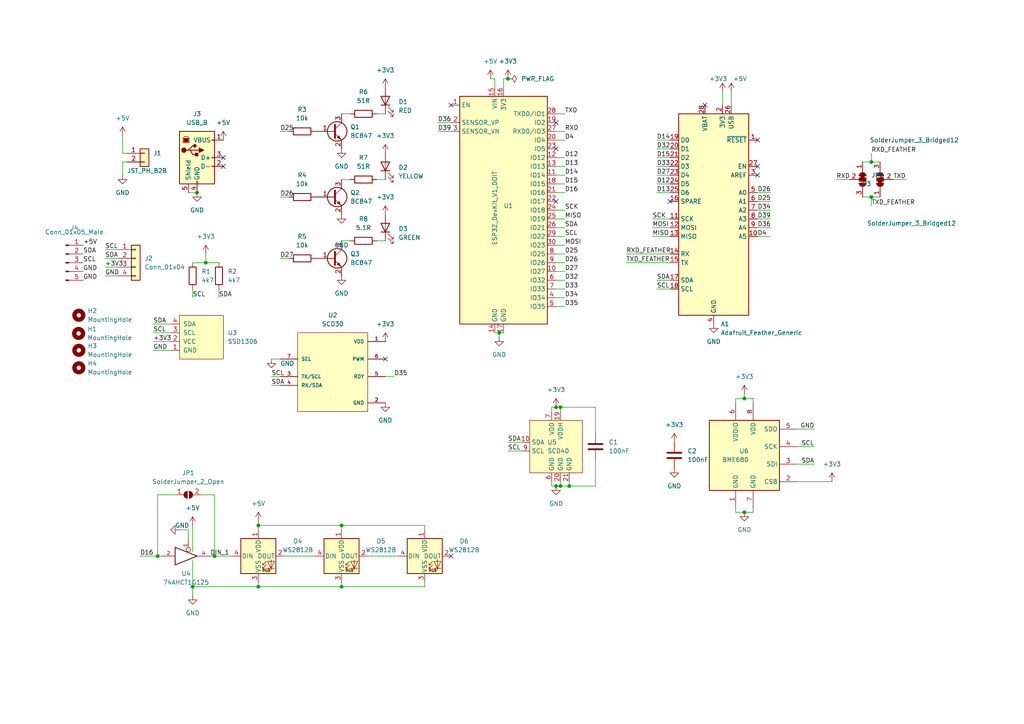
<source format=kicad_sch>
(kicad_sch (version 20211123) (generator eeschema)
  (paper "A4")
  (lib_symbols
    (symbol "74xGxx:74AHCT1G125" (pin_names (offset 1.016))
      (property "Reference" "U" (at -2.54 3.81 0))
      (property "Value" "74AHCT1G125" (at 0 -3.81 0))
      (symbol "74AHCT1G125_0_1"
        (polyline (pts (xy -3.81 2.54) (xy -3.81 -2.54) (xy 2.54 0) (xy -3.81 2.54)) (stroke (width 0.254)))
      )
      (symbol "74AHCT1G125_1_1"
        (pin input inverted (at 0 5.08 270) (length 3.81) (name "~") (number "1"))
        (pin input line (at -7.62 0 0) (length 3.81) (name "~") (number "2"))
        (pin power_in line (at 1.27 -1.27 270) (length 0) hide (name "GND") (number "3"))
        (pin tri_state line (at 6.35 0 180) (length 3.81) (name "~") (number "4"))
        (pin power_in line (at 1.27 1.27 90) (length 0) hide (name "VCC") (number "5"))
      )
    )
    (symbol "Connector:Conn_01x05_Male" (pin_names (offset 1.016) hide)
      (property "Reference" "J" (at 0 7.62 0))
      (property "Value" "Conn_01x05_Male" (at 0 -7.62 0))
      (symbol "Conn_01x05_Male_1_1"
        (polyline (pts (xy 1.27 -5.08) (xy 0.8636 -5.08)) (stroke (width 0.1524)))
        (polyline (pts (xy 1.27 -2.54) (xy 0.8636 -2.54)) (stroke (width 0.1524)))
        (polyline (pts (xy 1.27 0) (xy 0.8636 0)) (stroke (width 0.1524)))
        (polyline (pts (xy 1.27 2.54) (xy 0.8636 2.54)) (stroke (width 0.1524)))
        (polyline (pts (xy 1.27 5.08) (xy 0.8636 5.08)) (stroke (width 0.1524)))
        (rectangle (start 0.8636 -4.953) (end 0 -5.207) (stroke (width 0.1524)) (fill (type outline)))
        (rectangle (start 0.8636 -2.413) (end 0 -2.667) (stroke (width 0.1524)) (fill (type outline)))
        (rectangle (start 0.8636 0.127) (end 0 -0.127) (stroke (width 0.1524)) (fill (type outline)))
        (rectangle (start 0.8636 2.667) (end 0 2.413) (stroke (width 0.1524)) (fill (type outline)))
        (rectangle (start 0.8636 5.207) (end 0 4.953) (stroke (width 0.1524)) (fill (type outline)))
        (pin passive line (at 5.08 5.08 180) (length 3.81) (name "Pin_1") (number "1"))
        (pin passive line (at 5.08 2.54 180) (length 3.81) (name "Pin_2") (number "2"))
        (pin passive line (at 5.08 0 180) (length 3.81) (name "Pin_3") (number "3"))
        (pin passive line (at 5.08 -2.54 180) (length 3.81) (name "Pin_4") (number "4"))
        (pin passive line (at 5.08 -5.08 180) (length 3.81) (name "Pin_5") (number "5"))
      )
    )
    (symbol "Connector:USB_B" (pin_names (offset 1.016))
      (property "Reference" "J" (at -5.08 11.43 0))
      (property "Value" "USB_B" (at -5.08 8.89 0))
      (symbol "USB_B_0_1"
        (rectangle (start -5.08 -7.62) (end 5.08 7.62) (stroke (width 0.254)) (fill (type background)))
        (circle (center -3.81 2.159) (radius 0.635) (stroke (width 0.254)) (fill (type outline)))
        (rectangle (start -3.81 5.588) (end -2.54 4.572) (fill (type outline)))
        (circle (center -0.635 3.429) (radius 0.381) (stroke (width 0.254)) (fill (type outline)))
        (rectangle (start -0.127 -7.62) (end 0.127 -6.858))
        (polyline (pts (xy -1.905 2.159) (xy 0.635 2.159)) (stroke (width 0.254)))
        (polyline (pts (xy -3.175 2.159) (xy -2.54 2.159) (xy -1.27 3.429) (xy -0.635 3.429)) (stroke (width 0.254)))
        (polyline (pts (xy -2.54 2.159) (xy -1.905 2.159) (xy -1.27 0.889) (xy 0 0.889)) (stroke (width 0.254)))
        (polyline (pts (xy 0.635 2.794) (xy 0.635 1.524) (xy 1.905 2.159) (xy 0.635 2.794)) (stroke (width 0.254)) (fill (type outline)))
        (polyline (pts (xy -4.064 4.318) (xy -2.286 4.318) (xy -2.286 5.715) (xy -2.667 6.096) (xy -3.683 6.096) (xy -4.064 5.715) (xy -4.064 4.318)))
        (rectangle (start 0.254 1.27) (end -0.508 0.508) (stroke (width 0.254)) (fill (type outline)))
        (rectangle (start 5.08 -2.667) (end 4.318 -2.413))
        (rectangle (start 5.08 -0.127) (end 4.318 0.127))
        (rectangle (start 5.08 4.953) (end 4.318 5.207))
      )
      (symbol "USB_B_1_1"
        (pin power_out line (at 7.62 5.08 180) (length 2.54) (name "VBUS") (number "1"))
        (pin bidirectional line (at 7.62 -2.54 180) (length 2.54) (name "D-") (number "2"))
        (pin bidirectional line (at 7.62 0 180) (length 2.54) (name "D+") (number "3"))
        (pin power_out line (at 0 -10.16 90) (length 2.54) (name "GND") (number "4"))
        (pin passive line (at -2.54 -10.16 90) (length 2.54) (name "Shield") (number "5"))
      )
    )
    (symbol "Connector_Generic:Conn_01x02" (pin_names (offset 1.016) hide)
      (property "Reference" "J" (at 0 2.54 0))
      (property "Value" "Conn_01x02" (at 0 -5.08 0))
      (symbol "Conn_01x02_1_1"
        (rectangle (start -1.27 -2.413) (end 0 -2.667) (stroke (width 0.1524)))
        (rectangle (start -1.27 0.127) (end 0 -0.127) (stroke (width 0.1524)))
        (rectangle (start -1.27 1.27) (end 1.27 -3.81) (stroke (width 0.254)) (fill (type background)))
        (pin passive line (at -5.08 0 0) (length 3.81) (name "Pin_1") (number "1"))
        (pin passive line (at -5.08 -2.54 0) (length 3.81) (name "Pin_2") (number "2"))
      )
    )
    (symbol "Connector_Generic:Conn_01x04" (pin_names (offset 1.016) hide)
      (property "Reference" "J" (at 0 5.08 0))
      (property "Value" "Conn_01x04" (at 0 -7.62 0))
      (symbol "Conn_01x04_1_1"
        (rectangle (start -1.27 -4.953) (end 0 -5.207) (stroke (width 0.1524)))
        (rectangle (start -1.27 -2.413) (end 0 -2.667) (stroke (width 0.1524)))
        (rectangle (start -1.27 0.127) (end 0 -0.127) (stroke (width 0.1524)))
        (rectangle (start -1.27 2.667) (end 0 2.413) (stroke (width 0.1524)))
        (rectangle (start -1.27 3.81) (end 1.27 -6.35) (stroke (width 0.254)) (fill (type background)))
        (pin passive line (at -5.08 2.54 0) (length 3.81) (name "Pin_1") (number "1"))
        (pin passive line (at -5.08 0 0) (length 3.81) (name "Pin_2") (number "2"))
        (pin passive line (at -5.08 -2.54 0) (length 3.81) (name "Pin_3") (number "3"))
        (pin passive line (at -5.08 -5.08 0) (length 3.81) (name "Pin_4") (number "4"))
      )
    )
    (symbol "Device:C" (pin_numbers hide) (pin_names (offset 0.254))
      (property "Reference" "C" (at 0.635 2.54 0))
      (property "Value" "C" (at 0.635 -2.54 0))
      (symbol "C_0_1"
        (polyline (pts (xy -2.032 -0.762) (xy 2.032 -0.762)) (stroke (width 0.508)))
        (polyline (pts (xy -2.032 0.762) (xy 2.032 0.762)) (stroke (width 0.508)))
      )
      (symbol "C_1_1"
        (pin passive line (at 0 3.81 270) (length 2.794) (name "~") (number "1"))
        (pin passive line (at 0 -3.81 90) (length 2.794) (name "~") (number "2"))
      )
    )
    (symbol "Device:LED" (pin_numbers hide) (pin_names (offset 1.016) hide)
      (property "Reference" "D" (at 0 2.54 0))
      (property "Value" "LED" (at 0 -2.54 0))
      (symbol "LED_0_1"
        (polyline (pts (xy -1.27 -1.27) (xy -1.27 1.27)) (stroke (width 0.254)))
        (polyline (pts (xy -1.27 0) (xy 1.27 0)))
        (polyline (pts (xy 1.27 -1.27) (xy 1.27 1.27) (xy -1.27 0) (xy 1.27 -1.27)) (stroke (width 0.254)))
        (polyline (pts (xy -3.048 -0.762) (xy -4.572 -2.286) (xy -3.81 -2.286) (xy -4.572 -2.286) (xy -4.572 -1.524)))
        (polyline (pts (xy -1.778 -0.762) (xy -3.302 -2.286) (xy -2.54 -2.286) (xy -3.302 -2.286) (xy -3.302 -1.524)))
      )
      (symbol "LED_1_1"
        (pin passive line (at -3.81 0 0) (length 2.54) (name "K") (number "1"))
        (pin passive line (at 3.81 0 180) (length 2.54) (name "A") (number "2"))
      )
    )
    (symbol "Device:R" (pin_numbers hide) (pin_names (offset 0))
      (property "Reference" "R" (at 2.032 0 90))
      (property "Value" "R" (at 0 0 90))
      (symbol "R_0_1"
        (rectangle (start -1.016 -2.54) (end 1.016 2.54) (stroke (width 0.254)))
      )
      (symbol "R_1_1"
        (pin passive line (at 0 3.81 270) (length 1.27) (name "~") (number "1"))
        (pin passive line (at 0 -3.81 90) (length 1.27) (name "~") (number "2"))
      )
    )
    (symbol "ESP32DEVKIT:ESP32_DevKit_V1_DOIT"
      (property "Reference" "U" (at -11.43 34.29 0))
      (property "Value" "ESP32_DevKit_V1_DOIT" (at 11.43 34.29 0))
      (symbol "ESP32_DevKit_V1_DOIT_1_1"
        (rectangle (start -12.7 33.02) (end 12.7 -33.02) (stroke (width 0.254)) (fill (type background)))
        (pin input line (at -15.24 30.48 0) (length 2.54) (name "EN") (number "1"))
        (pin bidirectional line (at 15.24 -17.78 180) (length 2.54) (name "IO27") (number "10"))
        (pin bidirectional line (at 15.24 10.16 180) (length 2.54) (name "IO14") (number "11"))
        (pin bidirectional line (at 15.24 15.24 180) (length 2.54) (name "IO12") (number "12"))
        (pin bidirectional line (at 15.24 12.7 180) (length 2.54) (name "IO13") (number "13"))
        (pin power_in line (at -2.54 -35.56 90) (length 2.54) (name "GND") (number "14"))
        (pin power_in line (at -2.54 35.56 270) (length 2.54) (name "VIN") (number "15"))
        (pin power_in line (at 0 35.56 270) (length 2.54) (name "3V3") (number "16"))
        (pin power_in line (at 0 -35.56 90) (length 2.54) (name "GND") (number "17"))
        (pin bidirectional line (at 15.24 7.62 180) (length 2.54) (name "IO15") (number "18"))
        (pin bidirectional line (at 15.24 25.4 180) (length 2.54) (name "IO2") (number "19"))
        (pin input line (at -15.24 25.4 0) (length 2.54) (name "SENSOR_VP") (number "2"))
        (pin bidirectional line (at 15.24 20.32 180) (length 2.54) (name "IO4") (number "20"))
        (pin bidirectional line (at 15.24 5.08 180) (length 2.54) (name "IO16") (number "21"))
        (pin bidirectional line (at 15.24 2.54 180) (length 2.54) (name "IO17") (number "22"))
        (pin bidirectional line (at 15.24 17.78 180) (length 2.54) (name "IO5") (number "23"))
        (pin bidirectional line (at 15.24 0 180) (length 2.54) (name "IO18") (number "24"))
        (pin bidirectional line (at 15.24 -2.54 180) (length 2.54) (name "IO19") (number "25"))
        (pin bidirectional line (at 15.24 -5.08 180) (length 2.54) (name "IO21") (number "26"))
        (pin bidirectional line (at 15.24 22.86 180) (length 2.54) (name "RXD0/IO3") (number "27"))
        (pin bidirectional line (at 15.24 27.94 180) (length 2.54) (name "TXD0/IO1") (number "28"))
        (pin bidirectional line (at 15.24 -7.62 180) (length 2.54) (name "IO22") (number "29"))
        (pin input line (at -15.24 22.86 0) (length 2.54) (name "SENSOR_VN") (number "3"))
        (pin bidirectional line (at 15.24 -10.16 180) (length 2.54) (name "IO23") (number "30"))
        (pin input line (at 15.24 -25.4 180) (length 2.54) (name "IO34") (number "4"))
        (pin input line (at 15.24 -27.94 180) (length 2.54) (name "IO35") (number "5"))
        (pin bidirectional line (at 15.24 -20.32 180) (length 2.54) (name "IO32") (number "6"))
        (pin bidirectional line (at 15.24 -22.86 180) (length 2.54) (name "IO33") (number "7"))
        (pin bidirectional line (at 15.24 -12.7 180) (length 2.54) (name "IO25") (number "8"))
        (pin bidirectional line (at 15.24 -15.24 180) (length 2.54) (name "IO26") (number "9"))
      )
    )
    (symbol "Jumper:SolderJumper_2_Open" (pin_names (offset 0) hide)
      (property "Reference" "JP" (at 0 2.032 0))
      (property "Value" "SolderJumper_2_Open" (at 0 -2.54 0))
      (symbol "SolderJumper_2_Open_0_1"
        (arc (start -0.254 1.016) (mid -1.27 0) (end -0.254 -1.016))
        (arc (start -0.254 1.016) (mid -1.27 0) (end -0.254 -1.016) (fill (type outline)))
        (polyline (pts (xy -0.254 1.016) (xy -0.254 -1.016)))
        (polyline (pts (xy 0.254 1.016) (xy 0.254 -1.016)))
        (arc (start 0.254 -1.016) (mid 1.27 0) (end 0.254 1.016))
        (arc (start 0.254 -1.016) (mid 1.27 0) (end 0.254 1.016) (fill (type outline)))
      )
      (symbol "SolderJumper_2_Open_1_1"
        (pin passive line (at -3.81 0 0) (length 2.54) (name "A") (number "1"))
        (pin passive line (at 3.81 0 180) (length 2.54) (name "B") (number "2"))
      )
    )
    (symbol "Jumper:SolderJumper_3_Bridged12" (pin_names (offset 0) hide)
      (property "Reference" "JP" (at -2.54 -2.54 0))
      (property "Value" "SolderJumper_3_Bridged12" (at 0 2.794 0))
      (symbol "SolderJumper_3_Bridged12_0_1"
        (rectangle (start -1.016 0.508) (end -0.508 -0.508) (fill (type outline)))
        (arc (start -1.016 1.016) (mid -2.032 0) (end -1.016 -1.016))
        (arc (start -1.016 1.016) (mid -2.032 0) (end -1.016 -1.016) (fill (type outline)))
        (rectangle (start -0.508 1.016) (end 0.508 -1.016) (fill (type outline)))
        (polyline (pts (xy -2.54 0) (xy -2.032 0)))
        (polyline (pts (xy -1.016 1.016) (xy -1.016 -1.016)))
        (polyline (pts (xy 0 -1.27) (xy 0 -1.016)))
        (polyline (pts (xy 1.016 1.016) (xy 1.016 -1.016)))
        (polyline (pts (xy 2.54 0) (xy 2.032 0)))
        (arc (start 1.016 -1.016) (mid 2.032 0) (end 1.016 1.016))
        (arc (start 1.016 -1.016) (mid 2.032 0) (end 1.016 1.016) (fill (type outline)))
      )
      (symbol "SolderJumper_3_Bridged12_1_1"
        (pin passive line (at -5.08 0 0) (length 2.54) (name "A") (number "1"))
        (pin passive line (at 0 -3.81 90) (length 2.54) (name "C") (number "2"))
        (pin passive line (at 5.08 0 180) (length 2.54) (name "B") (number "3"))
      )
    )
    (symbol "LED:WS2812B" (pin_names (offset 0.254))
      (property "Reference" "D" (at 5.08 5.715 0))
      (property "Value" "WS2812B" (at 1.27 -5.715 0))
      (symbol "WS2812B_0_0"
        (text "RGB" (at 2.286 -4.191 0) (effects (font (size 0.762 0.762))))
      )
      (symbol "WS2812B_0_1"
        (polyline (pts (xy 1.27 -3.556) (xy 1.778 -3.556)))
        (polyline (pts (xy 1.27 -2.54) (xy 1.778 -2.54)))
        (polyline (pts (xy 4.699 -3.556) (xy 2.667 -3.556)))
        (polyline (pts (xy 2.286 -2.54) (xy 1.27 -3.556) (xy 1.27 -3.048)))
        (polyline (pts (xy 2.286 -1.524) (xy 1.27 -2.54) (xy 1.27 -2.032)))
        (polyline (pts (xy 3.683 -1.016) (xy 3.683 -3.556) (xy 3.683 -4.064)))
        (polyline (pts (xy 4.699 -1.524) (xy 2.667 -1.524) (xy 3.683 -3.556) (xy 4.699 -1.524)))
        (rectangle (start 5.08 5.08) (end -5.08 -5.08) (stroke (width 0.254)) (fill (type background)))
      )
      (symbol "WS2812B_1_1"
        (pin power_in line (at 0 7.62 270) (length 2.54) (name "VDD") (number "1"))
        (pin output line (at 7.62 0 180) (length 2.54) (name "DOUT") (number "2"))
        (pin power_in line (at 0 -7.62 90) (length 2.54) (name "VSS") (number "3"))
        (pin input line (at -7.62 0 0) (length 2.54) (name "DIN") (number "4"))
      )
    )
    (symbol "MCU_Module:Adafruit_Feather_Generic"
      (property "Reference" "A" (at -10.16 29.21 0))
      (property "Value" "Adafruit_Feather_Generic" (at 2.54 -31.75 0))
      (symbol "Adafruit_Feather_Generic_0_1"
        (rectangle (start -10.16 27.94) (end 10.16 -30.48) (stroke (width 0.254)) (fill (type background)))
      )
      (symbol "Adafruit_Feather_Generic_1_1"
        (pin input line (at 12.7 20.32 180) (length 2.54) (name "~{RESET}") (number "1"))
        (pin bidirectional line (at 12.7 -7.62 180) (length 2.54) (name "A5") (number "10"))
        (pin bidirectional line (at -12.7 -2.54 0) (length 2.54) (name "SCK") (number "11"))
        (pin bidirectional line (at -12.7 -5.08 0) (length 2.54) (name "MOSI") (number "12"))
        (pin bidirectional line (at -12.7 -7.62 0) (length 2.54) (name "MISO") (number "13"))
        (pin bidirectional line (at -12.7 -12.7 0) (length 2.54) (name "RX") (number "14"))
        (pin bidirectional line (at -12.7 -15.24 0) (length 2.54) (name "TX") (number "15"))
        (pin bidirectional line (at -12.7 2.54 0) (length 2.54) (name "SPARE") (number "16"))
        (pin bidirectional line (at -12.7 -20.32 0) (length 2.54) (name "SDA") (number "17"))
        (pin bidirectional line (at -12.7 -22.86 0) (length 2.54) (name "SCL") (number "18"))
        (pin bidirectional line (at -12.7 20.32 0) (length 2.54) (name "D0") (number "19"))
        (pin power_in line (at 2.54 30.48 270) (length 2.54) (name "3V3") (number "2"))
        (pin bidirectional line (at -12.7 17.78 0) (length 2.54) (name "D1") (number "20"))
        (pin bidirectional line (at -12.7 15.24 0) (length 2.54) (name "D2") (number "21"))
        (pin bidirectional line (at -12.7 12.7 0) (length 2.54) (name "D3") (number "22"))
        (pin bidirectional line (at -12.7 10.16 0) (length 2.54) (name "D4") (number "23"))
        (pin bidirectional line (at -12.7 7.62 0) (length 2.54) (name "D5") (number "24"))
        (pin bidirectional line (at -12.7 5.08 0) (length 2.54) (name "D6") (number "25"))
        (pin power_in line (at 5.08 30.48 270) (length 2.54) (name "USB") (number "26"))
        (pin input line (at 12.7 12.7 180) (length 2.54) (name "EN") (number "27"))
        (pin power_in line (at -2.54 30.48 270) (length 2.54) (name "VBAT") (number "28"))
        (pin input line (at 12.7 10.16 180) (length 2.54) (name "AREF") (number "3"))
        (pin power_in line (at 0 -33.02 90) (length 2.54) (name "GND") (number "4"))
        (pin bidirectional line (at 12.7 5.08 180) (length 2.54) (name "A0") (number "5"))
        (pin bidirectional line (at 12.7 2.54 180) (length 2.54) (name "A1") (number "6"))
        (pin bidirectional line (at 12.7 0 180) (length 2.54) (name "A2") (number "7"))
        (pin bidirectional line (at 12.7 -2.54 180) (length 2.54) (name "A3") (number "8"))
        (pin bidirectional line (at 12.7 -5.08 180) (length 2.54) (name "A4") (number "9"))
      )
    )
    (symbol "Mechanical:MountingHole" (pin_names (offset 1.016))
      (property "Reference" "H" (at 0 5.08 0))
      (property "Value" "MountingHole" (at 0 3.175 0))
      (symbol "MountingHole_0_1"
        (circle (center 0 0) (radius 1.27) (stroke (width 1.27)))
      )
    )
    (symbol "SCD30:SCD30" (pin_names (offset 1.016))
      (property "Reference" "U" (at -10.16 13.462 0))
      (property "Value" "SCD30" (at -10.16 -12.7 0))
      (symbol "SCD30_0_0"
        (rectangle (start -10.16 -10.16) (end 10.16 12.7) (stroke (width 0.1524)) (fill (type background)))
        (pin power_in line (at 15.24 10.16 180) (length 5.08) (name "VDD") (number "1"))
        (pin power_in line (at 15.24 -7.62 180) (length 5.08) (name "GND") (number "2"))
        (pin bidirectional line (at -15.24 0 0) (length 5.08) (name "TX/SCL") (number "3"))
        (pin bidirectional line (at -15.24 -2.54 0) (length 5.08) (name "RX/SDA") (number "4"))
        (pin bidirectional line (at 15.24 0 180) (length 5.08) (name "RDY") (number "5"))
        (pin output line (at 15.24 5.08 180) (length 5.08) (name "PWM") (number "6"))
        (pin input line (at -15.24 5.08 0) (length 5.08) (name "SEL") (number "7"))
      )
    )
    (symbol "SCD40:SCD40"
      (property "Reference" "U" (at 0 1.27 0))
      (property "Value" "SCD40" (at 0 -1.27 0))
      (symbol "SCD40_0_1"
        (polyline (pts (xy -7.62 7.62) (xy 7.62 7.62) (xy 7.62 -7.62) (xy -7.62 -7.62) (xy -7.62 7.62)) (fill (type background)))
      )
      (symbol "SCD40_1_1"
        (pin bidirectional line (at -10.16 1.27 0) (length 2.54) (name "SDA") (number "10"))
        (pin power_in line (at 1.27 10.16 270) (length 2.54) (name "VDDH") (number "19"))
        (pin power_in line (at 1.27 -10.16 90) (length 2.54) (name "GND") (number "20"))
        (pin power_in line (at 3.81 -10.16 90) (length 2.54) (name "GND") (number "21"))
        (pin power_in line (at -1.27 -10.16 90) (length 2.54) (name "GND") (number "6"))
        (pin power_in line (at -1.27 10.16 270) (length 2.54) (name "VDD") (number "7"))
        (pin input line (at -10.16 -1.27 0) (length 2.54) (name "SCL") (number "9"))
      )
    )
    (symbol "SSD1306 OLED 128x64:SSD1306" (pin_names (offset 1.016))
      (property "Reference" "U" (at 0 -3.81 0))
      (property "Value" "SSD1306" (at 0 -1.27 0))
      (symbol "SSD1306_0_1"
        (rectangle (start -6.35 6.35) (end 6.35 -6.35) (fill (type background)))
      )
      (symbol "SSD1306_1_1"
        (pin input line (at -3.81 8.89 270) (length 2.54) (name "GND") (number "1"))
        (pin input line (at -1.27 8.89 270) (length 2.54) (name "VCC") (number "2"))
        (pin input line (at 1.27 8.89 270) (length 2.54) (name "SCL") (number "3"))
        (pin input line (at 3.81 8.89 270) (length 2.54) (name "SDA") (number "4"))
      )
    )
    (symbol "Sensor:BME680"
      (property "Reference" "U" (at -8.89 11.43 0))
      (property "Value" "BME680" (at 7.62 11.43 0))
      (symbol "BME680_0_1"
        (rectangle (start -10.16 10.16) (end 10.16 -10.16) (stroke (width 0.254)) (fill (type background)))
      )
      (symbol "BME680_1_1"
        (pin power_in line (at -2.54 -15.24 90) (length 5.08) (name "GND") (number "1"))
        (pin input line (at 15.24 -7.62 180) (length 5.08) (name "CSB") (number "2"))
        (pin bidirectional line (at 15.24 -2.54 180) (length 5.08) (name "SDI") (number "3"))
        (pin input line (at 15.24 2.54 180) (length 5.08) (name "SCK") (number "4"))
        (pin bidirectional line (at 15.24 7.62 180) (length 5.08) (name "SDO") (number "5"))
        (pin power_in line (at -2.54 15.24 270) (length 5.08) (name "VDDIO") (number "6"))
        (pin power_in line (at 2.54 -15.24 90) (length 5.08) (name "GND") (number "7"))
        (pin power_in line (at 2.54 15.24 270) (length 5.08) (name "VDD") (number "8"))
      )
    )
    (symbol "Transistor_BJT:BC847" (pin_names (offset 0) hide)
      (property "Reference" "Q" (at 5.08 1.905 0))
      (property "Value" "BC847" (at 5.08 0 0))
      (symbol "BC847_0_1"
        (polyline (pts (xy 0.635 0.635) (xy 2.54 2.54)))
        (polyline (pts (xy 0.635 -0.635) (xy 2.54 -2.54) (xy 2.54 -2.54)))
        (polyline (pts (xy 0.635 1.905) (xy 0.635 -1.905) (xy 0.635 -1.905)) (stroke (width 0.508)))
        (polyline (pts (xy 1.27 -1.778) (xy 1.778 -1.27) (xy 2.286 -2.286) (xy 1.27 -1.778) (xy 1.27 -1.778)) (fill (type outline)))
        (circle (center 1.27 0) (radius 2.8194) (stroke (width 0.254)))
      )
      (symbol "BC847_1_1"
        (pin input line (at -5.08 0 0) (length 5.715) (name "B") (number "1"))
        (pin passive line (at 2.54 -5.08 90) (length 2.54) (name "E") (number "2"))
        (pin passive line (at 2.54 5.08 270) (length 2.54) (name "C") (number "3"))
      )
    )
    (symbol "power:+3V3" (power) (pin_names (offset 0))
      (property "Value" "+3V3" (at 0 3.556 0))
      (symbol "+3V3_0_1"
        (polyline (pts (xy -0.762 1.27) (xy 0 2.54)))
        (polyline (pts (xy 0 0) (xy 0 2.54)))
        (polyline (pts (xy 0 2.54) (xy 0.762 1.27)))
      )
      (symbol "+3V3_1_1"
        (pin power_in line (at 0 0 90) (length 0) hide (name "+3V3") (number "1"))
      )
    )
    (symbol "power:+5V" (power) (pin_names (offset 0))
      (property "Value" "+5V" (at 0 3.556 0))
      (symbol "+5V_0_1"
        (polyline (pts (xy -0.762 1.27) (xy 0 2.54)))
        (polyline (pts (xy 0 0) (xy 0 2.54)))
        (polyline (pts (xy 0 2.54) (xy 0.762 1.27)))
      )
      (symbol "+5V_1_1"
        (pin power_in line (at 0 0 90) (length 0) hide (name "+5V") (number "1"))
      )
    )
    (symbol "power:GND" (power) (pin_names (offset 0))
      (property "Value" "GND" (at 0 -3.81 0))
      (symbol "GND_0_1"
        (polyline (pts (xy 0 0) (xy 0 -1.27) (xy 1.27 -1.27) (xy 0 -2.54) (xy -1.27 -1.27) (xy 0 -1.27)))
      )
      (symbol "GND_1_1"
        (pin power_in line (at 0 0 270) (length 0) hide (name "GND") (number "1"))
      )
    )
    (symbol "power:PWR_FLAG" (power) (pin_numbers hide) (pin_names (offset 0) hide)
      (property "Value" "PWR_FLAG" (at 0 3.81 0))
      (symbol "PWR_FLAG_0_0"
        (pin power_out line (at 0 0 90) (length 0) (name "pwr") (number "1"))
      )
      (symbol "PWR_FLAG_0_1"
        (polyline (pts (xy 0 0) (xy 0 1.27) (xy -1.016 1.905) (xy 0 2.54) (xy 1.016 1.905) (xy 0 1.27)))
      )
    )
  )
  (junction (at 45.72 161.29))
  (junction (at 74.93 152.4))
  (junction (at 252.73 57.15))
  (junction (at 144.78 96.52))
  (junction (at 162.56 140.97))
  (junction (at 59.69 76.2))
  (junction (at 165.1 140.97))
  (junction (at 161.29 118.11))
  (junction (at 147.32 22.86))
  (junction (at 57.15 55.88))
  (junction (at 99.06 170.18))
  (junction (at 55.88 170.18))
  (junction (at 74.93 170.18))
  (junction (at 215.9 115.57))
  (junction (at 215.9 148.59))
  (junction (at 99.06 152.4))
  (junction (at 161.29 140.97))
  (junction (at 62.23 161.29))
  (junction (at 162.56 118.11))
  (junction (at 252.73 46.99))
  (no_connect (at 130.81 161.29))
  (no_connect (at 161.29 35.56))
  (no_connect (at 161.29 43.18))
  (no_connect (at 161.29 58.42))
  (no_connect (at 64.77 48.26))
  (no_connect (at 64.77 45.72))
  (no_connect (at 111.76 104.14))
  (no_connect (at 130.81 30.48))
  (no_connect (at 219.71 40.64))
  (no_connect (at 204.47 30.48))
  (no_connect (at 219.71 48.26))
  (no_connect (at 219.71 50.8))
  (no_connect (at 194.31 58.42))
  (wire (pts (xy 162.56 118.11) (xy 162.56 119.38)))
  (wire (pts (xy 219.71 55.88) (xy 223.52 55.88)))
  (wire (pts (xy 35.56 46.99) (xy 36.83 46.99)))
  (wire (pts (xy 231.14 124.46) (xy 236.22 124.46)))
  (wire (pts (xy 219.71 58.42) (xy 223.52 58.42)))
  (wire (pts (xy 160.02 139.7) (xy 160.02 140.97)))
  (wire (pts (xy 189.23 63.5) (xy 194.31 63.5)))
  (wire (pts (xy 172.72 125.73) (xy 172.72 118.11)))
  (wire (pts (xy 127 35.56) (xy 130.81 35.56)))
  (wire (pts (xy 81.28 74.93) (xy 83.82 74.93)))
  (wire (pts (xy 55.88 76.2) (xy 59.69 76.2)))
  (wire (pts (xy 161.29 76.2) (xy 163.83 76.2)))
  (wire (pts (xy 219.71 63.5) (xy 223.52 63.5)))
  (wire (pts (xy 190.5 40.64) (xy 194.31 40.64)))
  (wire (pts (xy 123.19 168.91) (xy 123.19 170.18)))
  (wire (pts (xy 30.48 80.01) (xy 34.29 80.01)))
  (wire (pts (xy 52.07 153.67) (xy 54.61 153.67)))
  (wire (pts (xy 250.19 57.15) (xy 252.73 57.15)))
  (wire (pts (xy 54.61 153.67) (xy 54.61 156.21)))
  (wire (pts (xy 219.71 60.96) (xy 223.52 60.96)))
  (wire (pts (xy 161.29 83.82) (xy 163.83 83.82)))
  (wire (pts (xy 242.57 52.07) (xy 246.38 52.07)))
  (wire (pts (xy 74.93 152.4) (xy 74.93 153.67)))
  (wire (pts (xy 252.73 44.45) (xy 252.73 46.99)))
  (wire (pts (xy 190.5 48.26) (xy 194.31 48.26)))
  (wire (pts (xy 35.56 39.37) (xy 35.56 44.45)))
  (wire (pts (xy 99.06 152.4) (xy 74.93 152.4)))
  (wire (pts (xy 161.29 48.26) (xy 163.83 48.26)))
  (wire (pts (xy 127 38.1) (xy 130.81 38.1)))
  (wire (pts (xy 78.74 109.22) (xy 81.28 109.22)))
  (wire (pts (xy 172.72 133.35) (xy 172.72 140.97)))
  (wire (pts (xy 99.06 52.07) (xy 101.6 52.07)))
  (wire (pts (xy 30.48 74.93) (xy 34.29 74.93)))
  (wire (pts (xy 160.02 140.97) (xy 161.29 140.97)))
  (wire (pts (xy 55.88 170.18) (xy 55.88 162.56)))
  (wire (pts (xy 40.64 161.29) (xy 45.72 161.29)))
  (wire (pts (xy 172.72 140.97) (xy 165.1 140.97)))
  (wire (pts (xy 181.61 73.66) (xy 194.31 73.66)))
  (wire (pts (xy 109.22 69.85) (xy 111.76 69.85)))
  (wire (pts (xy 44.45 93.98) (xy 49.53 93.98)))
  (wire (pts (xy 231.14 129.54) (xy 236.22 129.54)))
  (wire (pts (xy 161.29 86.36) (xy 163.83 86.36)))
  (wire (pts (xy 99.06 168.91) (xy 99.06 170.18)))
  (wire (pts (xy 45.72 161.29) (xy 46.99 161.29)))
  (wire (pts (xy 146.05 25.4) (xy 146.05 22.86)))
  (wire (pts (xy 161.29 71.12) (xy 163.83 71.12)))
  (wire (pts (xy 213.36 148.59) (xy 215.9 148.59)))
  (wire (pts (xy 252.73 57.15) (xy 252.73 59.69)))
  (wire (pts (xy 111.76 109.22) (xy 114.3 109.22)))
  (wire (pts (xy 218.44 147.32) (xy 218.44 148.59)))
  (wire (pts (xy 161.29 68.58) (xy 163.83 68.58)))
  (wire (pts (xy 44.45 96.52) (xy 49.53 96.52)))
  (wire (pts (xy 212.09 26.67) (xy 212.09 30.48)))
  (wire (pts (xy 81.28 57.15) (xy 83.82 57.15)))
  (wire (pts (xy 190.5 81.28) (xy 194.31 81.28)))
  (wire (pts (xy 181.61 76.2) (xy 194.31 76.2)))
  (wire (pts (xy 109.22 33.02) (xy 111.76 33.02)))
  (wire (pts (xy 143.51 96.52) (xy 144.78 96.52)))
  (wire (pts (xy 161.29 140.97) (xy 162.56 140.97)))
  (wire (pts (xy 218.44 115.57) (xy 218.44 116.84)))
  (wire (pts (xy 161.29 40.64) (xy 163.83 40.64)))
  (wire (pts (xy 35.56 44.45) (xy 36.83 44.45)))
  (wire (pts (xy 165.1 139.7) (xy 165.1 140.97)))
  (wire (pts (xy 99.06 152.4) (xy 99.06 153.67)))
  (wire (pts (xy 172.72 118.11) (xy 162.56 118.11)))
  (wire (pts (xy 99.06 69.85) (xy 101.6 69.85)))
  (wire (pts (xy 161.29 118.11) (xy 162.56 118.11)))
  (wire (pts (xy 59.69 76.2) (xy 63.5 76.2)))
  (wire (pts (xy 35.56 46.99) (xy 35.56 50.8)))
  (wire (pts (xy 146.05 22.86) (xy 147.32 22.86)))
  (wire (pts (xy 63.5 83.82) (xy 63.5 86.36)))
  (wire (pts (xy 161.29 55.88) (xy 163.83 55.88)))
  (wire (pts (xy 59.69 73.66) (xy 59.69 76.2)))
  (wire (pts (xy 190.5 43.18) (xy 194.31 43.18)))
  (wire (pts (xy 55.88 172.72) (xy 55.88 170.18)))
  (wire (pts (xy 219.71 66.04) (xy 223.52 66.04)))
  (wire (pts (xy 109.22 52.07) (xy 111.76 52.07)))
  (wire (pts (xy 81.28 38.1) (xy 83.82 38.1)))
  (wire (pts (xy 30.48 72.39) (xy 34.29 72.39)))
  (wire (pts (xy 161.29 88.9) (xy 163.83 88.9)))
  (wire (pts (xy 55.88 83.82) (xy 55.88 86.36)))
  (wire (pts (xy 144.78 96.52) (xy 144.78 97.79)))
  (wire (pts (xy 62.23 161.29) (xy 67.31 161.29)))
  (wire (pts (xy 161.29 60.96) (xy 163.83 60.96)))
  (wire (pts (xy 44.45 101.6) (xy 49.53 101.6)))
  (wire (pts (xy 161.29 45.72) (xy 163.83 45.72)))
  (wire (pts (xy 160.02 118.11) (xy 161.29 118.11)))
  (wire (pts (xy 162.56 139.7) (xy 162.56 140.97)))
  (wire (pts (xy 62.23 161.29) (xy 62.23 143.51)))
  (wire (pts (xy 161.29 63.5) (xy 163.83 63.5)))
  (wire (pts (xy 143.51 22.86) (xy 143.51 25.4)))
  (wire (pts (xy 106.68 161.29) (xy 115.57 161.29)))
  (wire (pts (xy 74.93 170.18) (xy 99.06 170.18)))
  (wire (pts (xy 161.29 50.8) (xy 163.83 50.8)))
  (wire (pts (xy 50.8 143.51) (xy 45.72 143.51)))
  (wire (pts (xy 161.29 78.74) (xy 163.83 78.74)))
  (wire (pts (xy 213.36 147.32) (xy 213.36 148.59)))
  (wire (pts (xy 144.78 96.52) (xy 146.05 96.52)))
  (wire (pts (xy 44.45 99.06) (xy 49.53 99.06)))
  (wire (pts (xy 161.29 66.04) (xy 163.83 66.04)))
  (wire (pts (xy 123.19 153.67) (xy 123.19 152.4)))
  (wire (pts (xy 190.5 83.82) (xy 194.31 83.82)))
  (wire (pts (xy 74.93 168.91) (xy 74.93 170.18)))
  (wire (pts (xy 190.5 50.8) (xy 194.31 50.8)))
  (wire (pts (xy 190.5 45.72) (xy 194.31 45.72)))
  (wire (pts (xy 189.23 66.04) (xy 194.31 66.04)))
  (wire (pts (xy 209.55 26.67) (xy 209.55 30.48)))
  (wire (pts (xy 161.29 33.02) (xy 163.83 33.02)))
  (wire (pts (xy 252.73 57.15) (xy 255.27 57.15)))
  (wire (pts (xy 62.23 143.51) (xy 58.42 143.51)))
  (wire (pts (xy 190.5 53.34) (xy 194.31 53.34)))
  (wire (pts (xy 78.74 111.76) (xy 81.28 111.76)))
  (wire (pts (xy 190.5 55.88) (xy 194.31 55.88)))
  (wire (pts (xy 231.14 139.7) (xy 241.3 139.7)))
  (wire (pts (xy 250.19 46.99) (xy 252.73 46.99)))
  (wire (pts (xy 74.93 152.4) (xy 74.93 151.13)))
  (wire (pts (xy 161.29 53.34) (xy 163.83 53.34)))
  (wire (pts (xy 55.88 170.18) (xy 74.93 170.18)))
  (wire (pts (xy 165.1 140.97) (xy 162.56 140.97)))
  (wire (pts (xy 123.19 152.4) (xy 99.06 152.4)))
  (wire (pts (xy 82.55 161.29) (xy 91.44 161.29)))
  (wire (pts (xy 45.72 143.51) (xy 45.72 161.29)))
  (wire (pts (xy 215.9 114.3) (xy 215.9 115.57)))
  (wire (pts (xy 30.48 77.47) (xy 34.29 77.47)))
  (wire (pts (xy 215.9 148.59) (xy 218.44 148.59)))
  (wire (pts (xy 160.02 119.38) (xy 160.02 118.11)))
  (wire (pts (xy 213.36 116.84) (xy 213.36 115.57)))
  (wire (pts (xy 213.36 115.57) (xy 215.9 115.57)))
  (wire (pts (xy 161.29 73.66) (xy 163.83 73.66)))
  (wire (pts (xy 78.74 104.14) (xy 81.28 104.14)))
  (wire (pts (xy 99.06 170.18) (xy 123.19 170.18)))
  (wire (pts (xy 215.9 115.57) (xy 218.44 115.57)))
  (wire (pts (xy 252.73 46.99) (xy 255.27 46.99)))
  (wire (pts (xy 60.96 161.29) (xy 62.23 161.29)))
  (wire (pts (xy 54.61 55.88) (xy 57.15 55.88)))
  (wire (pts (xy 142.24 22.86) (xy 143.51 22.86)))
  (wire (pts (xy 161.29 81.28) (xy 163.83 81.28)))
  (wire (pts (xy 231.14 134.62) (xy 236.22 134.62)))
  (wire (pts (xy 99.06 33.02) (xy 101.6 33.02)))
  (wire (pts (xy 55.88 152.4) (xy 55.88 160.02)))
  (wire (pts (xy 147.32 128.27) (xy 151.13 128.27)))
  (wire (pts (xy 147.32 130.81) (xy 151.13 130.81)))
  (wire (pts (xy 189.23 68.58) (xy 194.31 68.58)))
  (wire (pts (xy 219.71 68.58) (xy 223.52 68.58)))
  (wire (pts (xy 262.89 52.07) (xy 259.08 52.07)))
  (wire (pts (xy 161.29 38.1) (xy 163.83 38.1)))
  (label "SDA" (at 147.32 128.27 0))
  (label "GND" (at 24.13 78.74 0))
  (label "D27" (at 81.28 74.93 0))
  (label "SDA" (at 232.41 134.62 0))
  (label "DIN_1" (at 60.96 161.29 0))
  (label "D16" (at 40.64 161.29 0))
  (label "SCL" (at 147.32 130.81 0))
  (label "D26" (at 163.83 76.2 0))
  (label "D35" (at 163.83 88.9 0))
  (label "TXD" (at 259.08 52.07 0))
  (label "D4" (at 219.71 68.58 0))
  (label "D15" (at 190.5 45.72 0))
  (label "SDA" (at 44.45 93.98 0))
  (label "SCL" (at 190.5 83.82 0))
  (label "D27" (at 163.83 78.74 0))
  (label "TXD_FEATHER" (at 252.73 59.69 0))
  (label "D13" (at 163.83 48.26 0))
  (label "GND" (at 24.13 81.28 0))
  (label "MOSI" (at 163.83 71.12 0))
  (label "SCL" (at 30.48 72.39 0))
  (label "D26" (at 219.71 55.88 0))
  (label "SCL" (at 232.41 129.54 0))
  (label "D33" (at 163.83 83.82 0))
  (label "D14" (at 190.5 40.64 0))
  (label "D16" (at 163.83 55.88 0))
  (label "D32" (at 190.5 43.18 0))
  (label "SDA" (at 190.5 81.28 0))
  (label "SCK" (at 189.23 63.5 0))
  (label "D34" (at 163.83 86.36 0))
  (label "D25" (at 81.28 38.1 0))
  (label "SCL" (at 163.83 68.58 0))
  (label "TXD" (at 163.83 33.02 0))
  (label "D39" (at 127 38.1 0))
  (label "D13" (at 190.5 55.88 0))
  (label "D34" (at 219.71 60.96 0))
  (label "MOSI" (at 189.23 66.04 0))
  (label "SDA" (at 30.48 74.93 0))
  (label "D15" (at 163.83 53.34 0))
  (label "D12" (at 190.5 53.34 0))
  (label "+3V3" (at 30.48 77.47 0))
  (label "+3V3" (at 44.45 99.06 0))
  (label "D36" (at 127 35.56 0))
  (label "D33" (at 190.5 48.26 0))
  (label "RXD_FEATHER" (at 252.73 44.45 0))
  (label "D25" (at 219.71 58.42 0))
  (label "SCK" (at 163.83 60.96 0))
  (label "D36" (at 219.71 66.04 0))
  (label "SDA" (at 63.5 86.36 0))
  (label "TXD_FEATHER" (at 181.61 76.2 0))
  (label "SCL" (at 55.88 86.36 0))
  (label "SDA" (at 163.83 66.04 0))
  (label "MISO" (at 163.83 63.5 0))
  (label "SCL" (at 24.13 76.2 0))
  (label "GND" (at 44.45 101.6 0))
  (label "D4" (at 163.83 40.64 0))
  (label "D27" (at 190.5 50.8 0))
  (label "RXD" (at 242.57 52.07 0))
  (label "D32" (at 163.83 81.28 0))
  (label "SDA" (at 78.74 111.76 0))
  (label "D35" (at 114.3 109.22 0))
  (label "D14" (at 163.83 50.8 0))
  (label "D25" (at 163.83 73.66 0))
  (label "GND" (at 30.48 80.01 0))
  (label "SCL" (at 44.45 96.52 0))
  (label "+5V" (at 24.13 71.12 0))
  (label "SDA" (at 24.13 73.66 0))
  (label "RXD_FEATHER" (at 181.61 73.66 0))
  (label "MISO" (at 189.23 68.58 0))
  (label "D12" (at 163.83 45.72 0))
  (label "D39" (at 219.71 63.5 0))
  (label "SCL" (at 78.74 109.22 0))
  (label "GND" (at 236.22 124.46 180))
  (label "RXD" (at 163.83 38.1 0))
  (label "D26" (at 81.28 57.15 0))
  (symbol (lib_id "power:PWR_FLAG") (at 147.32 22.86 270) (unit 1)
    (property "Reference" "#FLG0103" (effects hide))
    (property "Value" "PWR_FLAG" (at 151.13 22.8599 90) (effects (justify left)))
  )
  (symbol (lib_id "power:+3V3") (at 111.76 25.4 0) (unit 1)
    (property "Reference" "#PWR0110" (effects hide))
    (property "Value" "+3V3" (at 111.76 20.32 0))
  )
  (symbol (lib_id "power:+5V") (at 74.93 151.13 0) (unit 1)
    (property "Reference" "#PWR0120" (effects hide))
    (property "Value" "+5V" (at 74.93 146.05 0))
  )
  (symbol (lib_id "LED:WS2812B") (at 99.06 161.29 0) (unit 1)
    (property "Reference" "D5" (at 110.49 156.9593 0))
    (property "Value" "WS2812B" (at 110.49 159.4993 0))
    (property "Footprint" "LED_SMD:LED_WS2812B_PLCC4_5.0x5.0mm_P3.2mm" (effects hide))
    (property "Datasheet" "https://cdn-shop.adafruit.com/datasheets/WS2812B.pdf" (effects hide))
  )
  (symbol (lib_id "power:GND") (at 78.74 104.14 0) (unit 1)
    (property "Reference" "#PWR0115" (effects hide))
    (property "Value" "GND" (at 81.28 105.4099 0) (effects (justify left)))
  )
  (symbol (lib_id "power:+3V3") (at 161.29 118.11 0) (unit 1)
    (property "Reference" "#PWR0123" (effects hide))
    (property "Value" "+3V3" (at 161.29 113.03 0))
  )
  (symbol (lib_id "Jumper:SolderJumper_3_Bridged12") (at 255.27 52.07 90) (unit 1) (in_bom no)
    (property "Reference" "JP3" (at 252.73 53.3401 90) (effects (justify left)))
    (property "Value" "SolderJumper_3_Bridged12" (at 278.13 40.64 90) (effects (justify left)))
    (property "Footprint" "Jumper:SolderJumper-3_P1.3mm_Bridged12_RoundedPad1.0x1.5mm" (effects hide))
  )
  (symbol (lib_id "Jumper:SolderJumper_3_Bridged12") (at 250.19 52.07 270) (unit 1) (in_bom no)
    (property "Reference" "JP2" (at 252.73 50.7999 90) (effects (justify left)))
    (property "Value" "SolderJumper_3_Bridged12" (at 251.46 64.77 90) (effects (justify left)))
    (property "Footprint" "Jumper:SolderJumper-3_P1.3mm_Bridged12_RoundedPad1.0x1.5mm" (effects hide))
  )
  (symbol (lib_id "LED:WS2812B") (at 123.19 161.29 0) (unit 1)
    (property "Reference" "D6" (at 134.62 156.9593 0))
    (property "Value" "WS2812B" (at 134.62 159.4993 0))
    (property "Footprint" "LED_SMD:LED_WS2812B_PLCC4_5.0x5.0mm_P3.2mm" (effects hide))
    (property "Datasheet" "https://cdn-shop.adafruit.com/datasheets/WS2812B.pdf" (effects hide))
  )
  (symbol (lib_id "power:+3V3") (at 111.76 99.06 0) (unit 1)
    (property "Reference" "#PWR0117" (effects hide))
    (property "Value" "+3V3" (at 111.76 93.98 0))
  )
  (symbol (lib_id "MCU_Module:Adafruit_Feather_Generic") (at 207.01 60.96 0) (unit 1) (in_bom no)
    (property "Reference" "A1" (at 209.0294 93.98 0) (effects (justify left)))
    (property "Value" "Adafruit_Feather_Generic" (at 209.0294 96.52 0) (effects (justify left)))
    (property "Footprint" "Adafruit Feather:Adafruit_Feather" (effects hide))
    (property "Datasheet" "https://cdn-learn.adafruit.com/downloads/pdf/adafruit-feather.pdf" (effects hide))
  )
  (symbol (lib_id "Connector_Generic:Conn_01x04") (at 39.37 74.93 0) (unit 1)
    (property "Reference" "J2" (at 41.91 74.9299 0) (effects (justify left)))
    (property "Value" "Conn_01x04" (at 41.91 77.4699 0) (effects (justify left)))
    (property "Footprint" "Connector_JST:JST_PH_B4B-PH-K_1x04_P2.00mm_Vertical" (effects hide))
  )
  (symbol (lib_id "Connector:Conn_01x05_Male") (at 19.05 76.2 0) (unit 1)
    (property "Reference" "J4" (at 21.59 66.04 0))
    (property "Value" "Conn_01x05_Male" (at 21.59 67.31 0))
    (property "Footprint" "JST-ZH:JST_B5B-ZR(LF)(SN)" (effects hide))
  )
  (symbol (lib_id "74xGxx:74AHCT1G125") (at 54.61 161.29 0) (unit 1)
    (property "Reference" "U4" (at 53.975 166.37 0))
    (property "Value" "74AHCT1G125" (at 53.975 168.91 0))
    (property "Footprint" "Package_TO_SOT_SMD:SOT-23-5" (effects hide))
    (property "Datasheet" "http://www.ti.com/lit/sg/scyt129e/scyt129e.pdf" (effects hide))
  )
  (symbol (lib_id "Device:C") (at 195.58 132.08 0) (unit 1)
    (property "Reference" "C2" (at 199.39 130.8099 0) (effects (justify left)))
    (property "Value" "100nF" (at 199.39 133.3499 0) (effects (justify left)))
    (property "Footprint" "Capacitor_SMD:C_0805_2012Metric" (effects hide))
  )
  (symbol (lib_id "power:GND") (at 55.88 172.72 0) (unit 1)
    (property "Reference" "#PWR0118" (effects hide))
    (property "Value" "GND" (at 55.88 177.8 0))
  )
  (symbol (lib_id "Device:LED") (at 111.76 29.21 90) (unit 1)
    (property "Reference" "D1" (at 115.57 29.5274 90) (effects (justify right)))
    (property "Value" "RED" (at 115.57 32.0674 90) (effects (justify right)))
    (property "Footprint" "LED_THT:LED_D5.0mm_Clear" (effects hide))
    (property "Datasheet" "HLMP-EG3A-WX0DD" (effects hide))
  )
  (symbol (lib_id "power:GND") (at 35.56 50.8 0) (unit 1)
    (property "Reference" "#PWR0101" (effects hide))
    (property "Value" "GND" (at 35.56 55.88 0))
  )
  (symbol (lib_id "power:GND") (at 57.15 55.88 0) (unit 1)
    (property "Reference" "#PWR0103" (effects hide))
    (property "Value" "GND" (at 57.15 60.96 0))
  )
  (symbol (lib_id "SCD30:SCD30") (at 96.52 109.22 0) (unit 1)
    (property "Reference" "U2" (at 96.52 91.44 0))
    (property "Value" "SCD30" (at 96.52 93.98 0))
    (property "Footprint" "SCD30:SCD30" (effects hide))
    (property "MAXIMUM_PACKAGE_HEIGHT" "7.0mm" (effects hide))
    (property "PARTREV" "D1" (effects hide))
    (property "MANUFACTURER" "Sensirion" (effects hide))
    (property "STANDARD" "Manufacturer Recommendations" (effects hide))
  )
  (symbol (lib_id "power:+3V3") (at 209.55 26.67 0) (unit 1)
    (property "Reference" "#PWR0130" (effects hide))
    (property "Value" "+3V3" (at 208.28 22.86 0))
  )
  (symbol (lib_id "Connector_Generic:Conn_01x02") (at 41.91 44.45 0) (unit 1)
    (property "Reference" "J1" (at 44.45 44.4499 0) (effects (justify left)))
    (property "Value" "JST_PH_B2B" (at 36.83 49.53 0) (effects (justify left)))
    (property "Footprint" "Connector_JST:JST_PH_B2B-PH-K_1x02_P2.00mm_Vertical" (effects hide))
  )
  (symbol (lib_id "Device:R") (at 55.88 80.01 180) (unit 1)
    (property "Reference" "R1" (at 58.42 78.7399 0) (effects (justify right)))
    (property "Value" "4k7" (at 58.42 81.2799 0) (effects (justify right)))
    (property "Footprint" "Resistor_SMD:R_0805_2012Metric" (effects hide))
  )
  (symbol (lib_id "power:+5V") (at 55.88 152.4 0) (unit 1)
    (property "Reference" "#PWR0121" (effects hide))
    (property "Value" "+5V" (at 55.88 147.32 0))
  )
  (symbol (lib_id "power:+5V") (at 64.77 40.64 0) (unit 1)
    (property "Reference" "#PWR0104" (effects hide))
    (property "Value" "+5V" (at 64.77 35.56 0))
  )
  (symbol (lib_id "Sensor:BME680") (at 215.9 132.08 0) (unit 1)
    (property "Reference" "U6" (at 217.17 130.81 0) (effects (justify right)))
    (property "Value" "BME680" (at 217.17 133.35 0) (effects (justify right)))
    (property "Footprint" "Package_LGA:Bosch_LGA-8_3x3mm_P0.8mm_ClockwisePinNumbering" (effects hide))
    (property "Datasheet" "https://ae-bst.resource.bosch.com/media/_tech/media/datasheets/BST-BME680-DS001.pdf" (effects hide))
  )
  (symbol (lib_id "power:GND") (at 215.9 148.59 0) (unit 1)
    (property "Reference" "#PWR0128" (effects hide))
    (property "Value" "GND" (at 215.9 153.67 0))
  )
  (symbol (lib_id "power:+3V3") (at 215.9 114.3 0) (unit 1)
    (property "Reference" "#PWR0127" (effects hide))
    (property "Value" "+3V3" (at 215.9 109.22 0))
  )
  (symbol (lib_id "Device:R") (at 87.63 74.93 90) (unit 1)
    (property "Reference" "R5" (at 87.63 68.58 90))
    (property "Value" "10k" (at 87.63 71.12 90))
    (property "Footprint" "Resistor_SMD:R_0805_2012Metric" (effects hide))
  )
  (symbol (lib_id "Jumper:SolderJumper_2_Open") (at 54.61 143.51 0) (unit 1) (in_bom no)
    (property "Reference" "JP1" (at 54.61 137.16 0))
    (property "Value" "SolderJumper_2_Open" (at 54.61 139.7 0))
    (property "Footprint" "Jumper:SolderJumper-2_P1.3mm_Open_TrianglePad1.0x1.5mm" (effects hide))
  )
  (symbol (lib_id "Device:R") (at 105.41 33.02 90) (unit 1)
    (property "Reference" "R6" (at 105.41 26.67 90))
    (property "Value" "51R" (at 105.41 29.21 90))
    (property "Footprint" "Resistor_SMD:R_0805_2012Metric" (effects hide))
  )
  (symbol (lib_id "Device:R") (at 87.63 57.15 90) (unit 1)
    (property "Reference" "R4" (at 87.63 50.8 90))
    (property "Value" "10k" (at 87.63 53.34 90))
    (property "Footprint" "Resistor_SMD:R_0805_2012Metric" (effects hide))
  )
  (symbol (lib_id "Connector:USB_B") (at 57.15 45.72 0) (unit 1)
    (property "Reference" "J3" (at 57.15 33.02 0))
    (property "Value" "USB_B" (at 57.15 35.56 0))
    (property "Footprint" "USB-B-SMD AMP:TE_1-1734346-1" (effects hide))
    (property "Datasheet" " ~" (effects hide))
  )
  (symbol (lib_id "Mechanical:MountingHole") (at 22.86 106.68 0) (unit 1) (in_bom no)
    (property "Reference" "H4" (at 25.4 105.4099 0) (effects (justify left)))
    (property "Value" "MountingHole" (at 25.4 107.9499 0) (effects (justify left)))
    (property "Footprint" "MountingHole:MountingHole_3.5mm" (effects hide))
  )
  (symbol (lib_id "Device:C") (at 172.72 129.54 0) (unit 1)
    (property "Reference" "C1" (at 176.53 128.2699 0) (effects (justify left)))
    (property "Value" "100nF" (at 176.53 130.8099 0) (effects (justify left)))
    (property "Footprint" "Capacitor_SMD:C_0805_2012Metric" (effects hide))
  )
  (symbol (lib_id "SSD1306 OLED 128x64:SSD1306") (at 58.42 97.79 90) (unit 1)
    (property "Reference" "U3" (at 66.04 96.5199 90) (effects (justify right)))
    (property "Value" "SSD1306" (at 66.04 99.0599 90) (effects (justify right)))
    (property "Footprint" "ssd1306 oled:OLED_128x64_0.96_small_no_holes" (effects hide))
  )
  (symbol (lib_id "Device:LED") (at 111.76 48.26 90) (unit 1)
    (property "Reference" "D2" (at 115.57 48.5774 90) (effects (justify right)))
    (property "Value" "YELLOW" (at 115.57 51.1174 90) (effects (justify right)))
    (property "Footprint" "LED_THT:LED_D5.0mm_Clear" (effects hide))
    (property "Datasheet" "HLMP-EL3G-VX0DD" (effects hide))
  )
  (symbol (lib_id "SCD40:SCD40") (at 161.29 129.54 0) (unit 1)
    (property "Reference" "U5" (at 158.75 128.27 0) (effects (justify left)))
    (property "Value" "SCD40" (at 158.75 130.81 0) (effects (justify left)))
    (property "Footprint" "SCD40:SCD40-D-R1" (effects hide))
  )
  (symbol (lib_id "power:GND") (at 161.29 140.97 0) (unit 1)
    (property "Reference" "#PWR0122" (effects hide))
    (property "Value" "GND" (at 161.29 146.05 0))
  )
  (symbol (lib_id "Transistor_BJT:BC847") (at 96.52 38.1 0) (unit 1)
    (property "Reference" "Q1" (at 101.6 36.8299 0) (effects (justify left)))
    (property "Value" "BC847" (at 101.6 39.3699 0) (effects (justify left)))
    (property "Footprint" "Package_TO_SOT_SMD:SOT-23" (effects hide))
    (property "Datasheet" "http://www.infineon.com/dgdl/Infineon-BC847SERIES_BC848SERIES_BC849SERIES_BC850SERIES-DS-v01_01-en.pdf?fileId=db3a304314dca389011541d4630a1657" (effects hide))
  )
  (symbol (lib_id "power:GND") (at 144.78 97.79 0) (unit 1)
    (property "Reference" "#PWR0114" (effects hide))
    (property "Value" "GND" (at 144.78 102.87 0))
  )
  (symbol (lib_id "power:GND") (at 111.76 116.84 0) (unit 1)
    (property "Reference" "#PWR0116" (effects hide))
    (property "Value" "GND" (at 111.76 121.92 0))
  )
  (symbol (lib_id "power:GND") (at 52.07 153.67 270) (unit 1)
    (property "Reference" "#PWR0119" (effects hide))
    (property "Value" "GND" (at 50.8 152.4 90) (effects (justify left)))
  )
  (symbol (lib_id "power:GND") (at 195.58 135.89 0) (unit 1)
    (property "Reference" "#PWR0125" (effects hide))
    (property "Value" "GND" (at 195.58 140.97 0))
  )
  (symbol (lib_id "Device:R") (at 105.41 69.85 90) (unit 1)
    (property "Reference" "R8" (at 105.41 63.5 90))
    (property "Value" "5.1R" (at 105.41 66.04 90))
    (property "Footprint" "Resistor_SMD:R_0805_2012Metric" (effects hide))
  )
  (symbol (lib_id "Transistor_BJT:BC847") (at 96.52 74.93 0) (unit 1)
    (property "Reference" "Q3" (at 101.6 73.6599 0) (effects (justify left)))
    (property "Value" "BC847" (at 101.6 76.1999 0) (effects (justify left)))
    (property "Footprint" "Package_TO_SOT_SMD:SOT-23" (effects hide))
    (property "Datasheet" "http://www.infineon.com/dgdl/Infineon-BC847SERIES_BC848SERIES_BC849SERIES_BC850SERIES-DS-v01_01-en.pdf?fileId=db3a304314dca389011541d4630a1657" (effects hide))
  )
  (symbol (lib_id "Transistor_BJT:BC847") (at 96.52 57.15 0) (unit 1)
    (property "Reference" "Q2" (at 101.6 55.8799 0) (effects (justify left)))
    (property "Value" "BC847" (at 101.6 58.4199 0) (effects (justify left)))
    (property "Footprint" "Package_TO_SOT_SMD:SOT-23" (effects hide))
    (property "Datasheet" "http://www.infineon.com/dgdl/Infineon-BC847SERIES_BC848SERIES_BC849SERIES_BC850SERIES-DS-v01_01-en.pdf?fileId=db3a304314dca389011541d4630a1657" (effects hide))
  )
  (symbol (lib_id "Device:R") (at 63.5 80.01 180) (unit 1)
    (property "Reference" "R2" (at 66.04 78.7399 0) (effects (justify right)))
    (property "Value" "4k7" (at 66.04 81.2799 0) (effects (justify right)))
    (property "Footprint" "Resistor_SMD:R_0805_2012Metric" (effects hide))
  )
  (symbol (lib_id "Device:R") (at 105.41 52.07 90) (unit 1)
    (property "Reference" "R7" (at 105.41 45.72 90))
    (property "Value" "51R" (at 105.41 48.26 90))
    (property "Footprint" "Resistor_SMD:R_0805_2012Metric" (effects hide))
  )
  (symbol (lib_id "power:GND") (at 99.06 80.01 0) (unit 1)
    (property "Reference" "#PWR0109" (effects hide))
    (property "Value" "GND" (at 99.06 85.09 0))
  )
  (symbol (lib_id "power:+3V3") (at 241.3 139.7 0) (unit 1)
    (property "Reference" "#PWR0126" (effects hide))
    (property "Value" "+3V3" (at 241.3 134.62 0))
  )
  (symbol (lib_id "power:GND") (at 99.06 43.18 0) (unit 1)
    (property "Reference" "#PWR0105" (effects hide))
    (property "Value" "GND" (at 99.06 48.26 0))
  )
  (symbol (lib_id "power:+3V3") (at 195.58 128.27 0) (unit 1)
    (property "Reference" "#PWR0124" (effects hide))
    (property "Value" "+3V3" (at 195.58 123.19 0))
  )
  (symbol (lib_id "power:+3V3") (at 147.32 22.86 0) (unit 1)
    (property "Reference" "#PWR0112" (effects hide))
    (property "Value" "+3V3" (at 147.32 17.78 0))
  )
  (symbol (lib_id "power:GND") (at 99.06 62.23 0) (unit 1)
    (property "Reference" "#PWR0108" (effects hide))
    (property "Value" "GND" (at 99.06 71.12 0))
  )
  (symbol (lib_id "ESP32DEVKIT:ESP32_DevKit_V1_DOIT") (at 146.05 60.96 0) (unit 1)
    (property "Reference" "U1" (at 146.05 59.69 0) (effects (justify left)))
    (property "Value" "ESP32_DevKit_V1_DOIT" (at 143.51 71.12 90) (effects (justify left)))
    (property "Footprint" "esp32_devkit_v1_doit:esp32_devkit_v1_doit" (effects hide))
    (property "Datasheet" "https://aliexpress.com/item/32864722159.html" (effects hide))
  )
  (symbol (lib_id "Device:LED") (at 111.76 66.04 90) (unit 1)
    (property "Reference" "D3" (at 115.57 66.3574 90) (effects (justify right)))
    (property "Value" "GREEN" (at 115.57 68.8974 90) (effects (justify right)))
    (property "Footprint" "LED_THT:LED_D5.0mm_Clear" (effects hide))
    (property "Datasheet" "LC503FPG1-30Q-A3-00001" (effects hide))
  )
  (symbol (lib_id "Device:R") (at 87.63 38.1 90) (unit 1)
    (property "Reference" "R3" (at 87.63 31.75 90))
    (property "Value" "10k" (at 87.63 34.29 90))
    (property "Footprint" "Resistor_SMD:R_0805_2012Metric" (effects hide))
  )
  (symbol (lib_id "power:GND") (at 207.01 93.98 0) (unit 1)
    (property "Reference" "#PWR0131" (effects hide))
    (property "Value" "GND" (at 207.01 99.06 0))
  )
  (symbol (lib_id "power:+3V3") (at 59.69 73.66 0) (unit 1)
    (property "Reference" "#PWR0111" (effects hide))
    (property "Value" "+3V3" (at 59.69 68.58 0))
  )
  (symbol (lib_id "power:+5V") (at 35.56 39.37 0) (unit 1)
    (property "Reference" "#PWR0102" (effects hide))
    (property "Value" "+5V" (at 35.56 34.29 0))
  )
  (symbol (lib_id "power:+3V3") (at 111.76 44.45 0) (unit 1)
    (property "Reference" "#PWR0106" (effects hide))
    (property "Value" "+3V3" (at 111.76 39.37 0))
  )
  (symbol (lib_id "Mechanical:MountingHole") (at 22.7968 96.7099 0) (unit 1) (in_bom no)
    (property "Reference" "H1" (at 25.3368 95.4398 0) (effects (justify left)))
    (property "Value" "MountingHole" (at 25.3368 97.9798 0) (effects (justify left)))
    (property "Footprint" "MountingHole:MountingHole_3.5mm" (effects hide))
  )
  (symbol (lib_id "LED:WS2812B") (at 74.93 161.29 0) (unit 1)
    (property "Reference" "D4" (at 86.36 156.9593 0))
    (property "Value" "WS2812B" (at 86.36 159.4993 0))
    (property "Footprint" "LED_SMD:LED_WS2812B_PLCC4_5.0x5.0mm_P3.2mm" (effects hide))
    (property "Datasheet" "https://cdn-shop.adafruit.com/datasheets/WS2812B.pdf" (effects hide))
  )
  (symbol (lib_id "power:+3V3") (at 111.76 62.23 0) (unit 1)
    (property "Reference" "#PWR0107" (effects hide))
    (property "Value" "+3V3" (at 111.76 57.15 0))
  )
  (symbol (lib_id "Mechanical:MountingHole") (at 22.86 101.6 0) (unit 1) (in_bom no)
    (property "Reference" "H3" (at 25.4 100.3299 0) (effects (justify left)))
    (property "Value" "MountingHole" (at 25.4 102.8699 0) (effects (justify left)))
    (property "Footprint" "MountingHole:MountingHole_3.5mm" (effects hide))
  )
  (symbol (lib_id "Mechanical:MountingHole") (at 22.86 91.44 0) (unit 1) (in_bom no)
    (property "Reference" "H2" (at 25.4 90.1699 0) (effects (justify left)))
    (property "Value" "MountingHole" (at 25.4 92.7099 0) (effects (justify left)))
    (property "Footprint" "MountingHole:MountingHole_3.5mm" (effects hide))
  )
  (symbol (lib_id "power:+5V") (at 142.24 22.86 0) (unit 1)
    (property "Reference" "#PWR0113" (effects hide))
    (property "Value" "+5V" (at 142.24 17.78 0))
  )
  (symbol (lib_id "power:+5V") (at 212.09 26.67 0) (unit 1)
    (property "Reference" "#PWR0129" (effects hide))
    (property "Value" "+5V" (at 214.63 22.86 0))
  )
)
</source>
